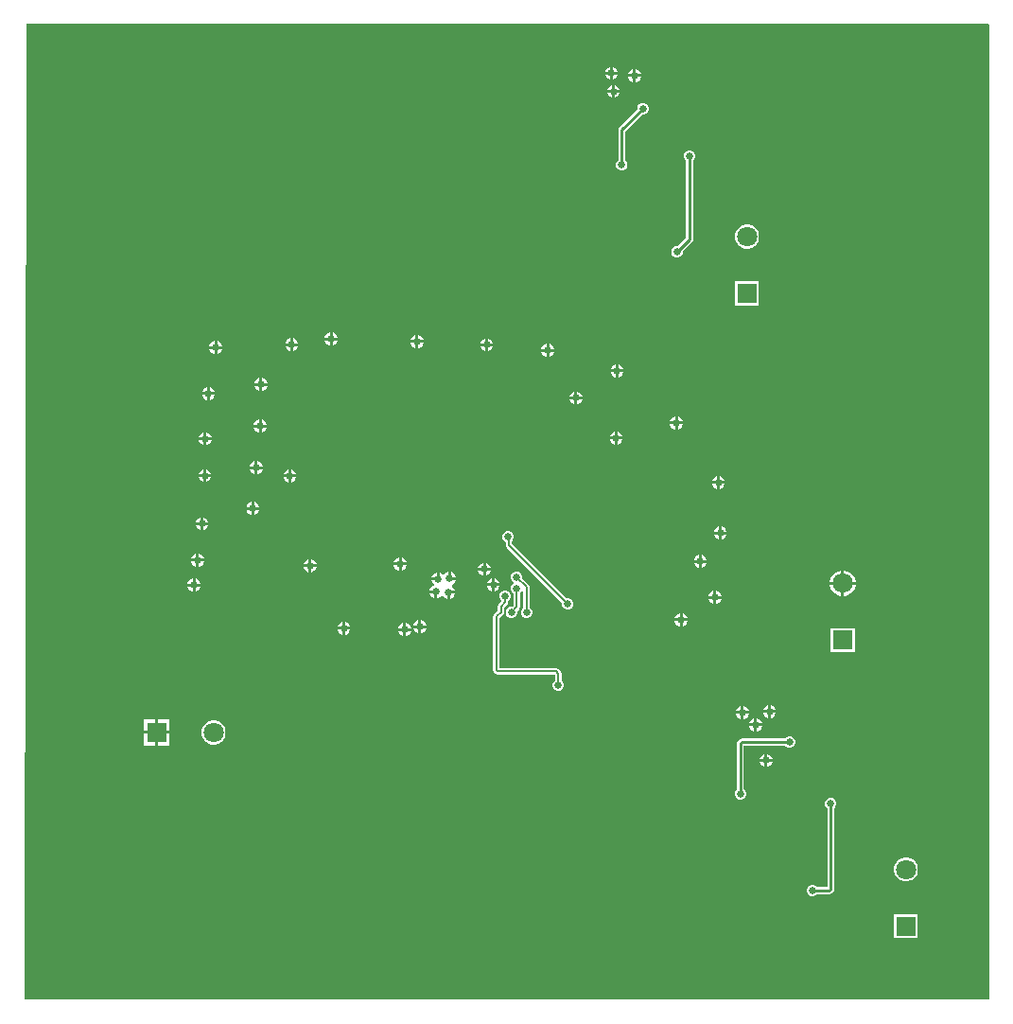
<source format=gbl>
G04*
G04 #@! TF.GenerationSoftware,Altium Limited,Altium Designer,22.10.1 (41)*
G04*
G04 Layer_Physical_Order=2*
G04 Layer_Color=16711680*
%FSLAX24Y24*%
%MOIN*%
G70*
G04*
G04 #@! TF.SameCoordinates,F22EFE63-58D3-4984-8651-CE55CF2E9756*
G04*
G04*
G04 #@! TF.FilePolarity,Positive*
G04*
G01*
G75*
%ADD12C,0.0100*%
%ADD68C,0.0080*%
%ADD72R,0.0709X0.0709*%
%ADD73C,0.0709*%
%ADD74R,0.0709X0.0709*%
%ADD75C,0.0260*%
G36*
X53140Y47490D02*
Y13179D01*
X19173D01*
X19124Y13228D01*
X19222Y47539D01*
X53091D01*
X53140Y47490D01*
D02*
G37*
%LPC*%
G36*
X39873Y46035D02*
Y45857D01*
X40051D01*
X40018Y45937D01*
X39953Y46002D01*
X39873Y46035D01*
D02*
G37*
G36*
X39773D02*
X39693Y46002D01*
X39628Y45937D01*
X39595Y45857D01*
X39773D01*
Y46035D01*
D02*
G37*
G36*
X40680Y45957D02*
Y45778D01*
X40858D01*
X40825Y45859D01*
X40760Y45923D01*
X40680Y45957D01*
D02*
G37*
G36*
X40580D02*
X40500Y45923D01*
X40435Y45859D01*
X40402Y45778D01*
X40580D01*
Y45957D01*
D02*
G37*
G36*
X40051Y45757D02*
X39873D01*
Y45579D01*
X39953Y45612D01*
X40018Y45677D01*
X40051Y45757D01*
D02*
G37*
G36*
X39773D02*
X39595D01*
X39628Y45677D01*
X39693Y45612D01*
X39773Y45579D01*
Y45757D01*
D02*
G37*
G36*
X40858Y45678D02*
X40680D01*
Y45500D01*
X40760Y45533D01*
X40825Y45598D01*
X40858Y45678D01*
D02*
G37*
G36*
X40580D02*
X40402D01*
X40435Y45598D01*
X40500Y45533D01*
X40580Y45500D01*
Y45678D01*
D02*
G37*
G36*
X39942Y45396D02*
Y45217D01*
X40120D01*
X40087Y45298D01*
X40022Y45362D01*
X39942Y45396D01*
D02*
G37*
G36*
X39842D02*
X39761Y45362D01*
X39697Y45298D01*
X39663Y45217D01*
X39842D01*
Y45396D01*
D02*
G37*
G36*
X40120Y45117D02*
X39942D01*
Y44939D01*
X40022Y44972D01*
X40087Y45037D01*
X40120Y45117D01*
D02*
G37*
G36*
X39842D02*
X39663D01*
X39697Y45037D01*
X39761Y44972D01*
X39842Y44939D01*
Y45117D01*
D02*
G37*
G36*
X40965Y44757D02*
X40885D01*
X40812Y44727D01*
X40756Y44670D01*
X40725Y44597D01*
Y44530D01*
X40100Y43905D01*
X40074Y43866D01*
X40065Y43819D01*
Y42739D01*
X40017Y42692D01*
X39987Y42619D01*
Y42539D01*
X40017Y42465D01*
X40074Y42409D01*
X40147Y42379D01*
X40227D01*
X40300Y42409D01*
X40357Y42465D01*
X40387Y42539D01*
Y42619D01*
X40357Y42692D01*
X40309Y42739D01*
Y43768D01*
X40898Y44357D01*
X40965D01*
X41038Y44388D01*
X41095Y44444D01*
X41125Y44517D01*
Y44597D01*
X41095Y44670D01*
X41038Y44727D01*
X40965Y44757D01*
D02*
G37*
G36*
X44652Y40474D02*
X44541D01*
X44433Y40445D01*
X44336Y40389D01*
X44257Y40310D01*
X44201Y40213D01*
X44172Y40105D01*
Y39993D01*
X44201Y39885D01*
X44257Y39789D01*
X44336Y39710D01*
X44433Y39654D01*
X44541Y39625D01*
X44652D01*
X44760Y39654D01*
X44857Y39710D01*
X44936Y39789D01*
X44992Y39885D01*
X45021Y39993D01*
Y40105D01*
X44992Y40213D01*
X44936Y40310D01*
X44857Y40389D01*
X44760Y40445D01*
X44652Y40474D01*
D02*
G37*
G36*
X42619Y43094D02*
X42539D01*
X42465Y43063D01*
X42409Y43007D01*
X42379Y42933D01*
Y42854D01*
X42409Y42780D01*
X42456Y42733D01*
Y40011D01*
X42153Y39708D01*
X42086D01*
X42013Y39677D01*
X41956Y39621D01*
X41926Y39548D01*
Y39468D01*
X41956Y39395D01*
X42013Y39338D01*
X42086Y39308D01*
X42166D01*
X42239Y39338D01*
X42296Y39395D01*
X42326Y39468D01*
Y39535D01*
X42665Y39874D01*
X42692Y39914D01*
X42701Y39961D01*
Y42733D01*
X42748Y42780D01*
X42779Y42854D01*
Y42933D01*
X42748Y43007D01*
X42692Y43063D01*
X42619Y43094D01*
D02*
G37*
G36*
X45021Y38474D02*
X44172D01*
Y37625D01*
X45021D01*
Y38474D01*
D02*
G37*
G36*
X30001Y36675D02*
Y36497D01*
X30179D01*
X30146Y36577D01*
X30081Y36642D01*
X30001Y36675D01*
D02*
G37*
G36*
X29901D02*
X29820Y36642D01*
X29756Y36577D01*
X29723Y36497D01*
X29901D01*
Y36675D01*
D02*
G37*
G36*
X33013Y36587D02*
Y36408D01*
X33191D01*
X33158Y36489D01*
X33093Y36553D01*
X33013Y36587D01*
D02*
G37*
G36*
X32913D02*
X32832Y36553D01*
X32768Y36489D01*
X32734Y36408D01*
X32913D01*
Y36587D01*
D02*
G37*
G36*
X28603Y36478D02*
Y36300D01*
X28781D01*
X28748Y36380D01*
X28683Y36445D01*
X28603Y36478D01*
D02*
G37*
G36*
X28503D02*
X28423Y36445D01*
X28358Y36380D01*
X28325Y36300D01*
X28503D01*
Y36478D01*
D02*
G37*
G36*
X35474Y36468D02*
Y36289D01*
X35652D01*
X35619Y36370D01*
X35554Y36434D01*
X35474Y36468D01*
D02*
G37*
G36*
X35374D02*
X35294Y36434D01*
X35229Y36370D01*
X35196Y36289D01*
X35374D01*
Y36468D01*
D02*
G37*
G36*
X30179Y36397D02*
X30001D01*
Y36219D01*
X30081Y36252D01*
X30146Y36317D01*
X30179Y36397D01*
D02*
G37*
G36*
X29901D02*
X29723D01*
X29756Y36317D01*
X29820Y36252D01*
X29901Y36219D01*
Y36397D01*
D02*
G37*
G36*
X25926Y36380D02*
Y36202D01*
X26104D01*
X26071Y36282D01*
X26006Y36347D01*
X25926Y36380D01*
D02*
G37*
G36*
X25826D02*
X25746Y36347D01*
X25681Y36282D01*
X25648Y36202D01*
X25826D01*
Y36380D01*
D02*
G37*
G36*
X33191Y36308D02*
X33013D01*
Y36130D01*
X33093Y36163D01*
X33158Y36228D01*
X33191Y36308D01*
D02*
G37*
G36*
X32913D02*
X32734D01*
X32768Y36228D01*
X32832Y36163D01*
X32913Y36130D01*
Y36308D01*
D02*
G37*
G36*
X37629Y36281D02*
Y36103D01*
X37807D01*
X37774Y36183D01*
X37709Y36248D01*
X37629Y36281D01*
D02*
G37*
G36*
X37529D02*
X37448Y36248D01*
X37384Y36183D01*
X37350Y36103D01*
X37529D01*
Y36281D01*
D02*
G37*
G36*
X28781Y36200D02*
X28603D01*
Y36022D01*
X28683Y36055D01*
X28748Y36120D01*
X28781Y36200D01*
D02*
G37*
G36*
X28503D02*
X28325D01*
X28358Y36120D01*
X28423Y36055D01*
X28503Y36022D01*
Y36200D01*
D02*
G37*
G36*
X35652Y36189D02*
X35474D01*
Y36011D01*
X35554Y36044D01*
X35619Y36109D01*
X35652Y36189D01*
D02*
G37*
G36*
X35374D02*
X35196D01*
X35229Y36109D01*
X35294Y36044D01*
X35374Y36011D01*
Y36189D01*
D02*
G37*
G36*
X26104Y36102D02*
X25926D01*
Y35923D01*
X26006Y35957D01*
X26071Y36021D01*
X26104Y36102D01*
D02*
G37*
G36*
X25826D02*
X25648D01*
X25681Y36021D01*
X25746Y35957D01*
X25826Y35923D01*
Y36102D01*
D02*
G37*
G36*
X37807Y36003D02*
X37629D01*
Y35825D01*
X37709Y35858D01*
X37774Y35923D01*
X37807Y36003D01*
D02*
G37*
G36*
X37529D02*
X37350D01*
X37384Y35923D01*
X37448Y35858D01*
X37529Y35825D01*
Y36003D01*
D02*
G37*
G36*
X40070Y35553D02*
Y35375D01*
X40248D01*
X40215Y35455D01*
X40150Y35520D01*
X40070Y35553D01*
D02*
G37*
G36*
X39970D02*
X39889Y35520D01*
X39825Y35455D01*
X39791Y35375D01*
X39970D01*
Y35553D01*
D02*
G37*
G36*
X40248Y35275D02*
X40070D01*
Y35097D01*
X40150Y35130D01*
X40215Y35195D01*
X40248Y35275D01*
D02*
G37*
G36*
X39970D02*
X39791D01*
X39825Y35195D01*
X39889Y35130D01*
X39970Y35097D01*
Y35275D01*
D02*
G37*
G36*
X27519Y35078D02*
Y34900D01*
X27697D01*
X27664Y34980D01*
X27599Y35045D01*
X27519Y35078D01*
D02*
G37*
G36*
X27419D02*
X27338Y35045D01*
X27274Y34980D01*
X27240Y34900D01*
X27419D01*
Y35078D01*
D02*
G37*
G36*
X27697Y34800D02*
X27519D01*
Y34622D01*
X27599Y34655D01*
X27664Y34720D01*
X27697Y34800D01*
D02*
G37*
G36*
X27419D02*
X27240D01*
X27274Y34720D01*
X27338Y34655D01*
X27419Y34622D01*
Y34800D01*
D02*
G37*
G36*
X25670Y34756D02*
Y34578D01*
X25848D01*
X25815Y34658D01*
X25750Y34723D01*
X25670Y34756D01*
D02*
G37*
G36*
X25570D02*
X25490Y34723D01*
X25425Y34658D01*
X25392Y34578D01*
X25570D01*
Y34756D01*
D02*
G37*
G36*
X38623Y34598D02*
Y34420D01*
X38801D01*
X38768Y34500D01*
X38703Y34565D01*
X38623Y34598D01*
D02*
G37*
G36*
X38523D02*
X38443Y34565D01*
X38378Y34500D01*
X38345Y34420D01*
X38523D01*
Y34598D01*
D02*
G37*
G36*
X25848Y34478D02*
X25670D01*
Y34299D01*
X25750Y34333D01*
X25815Y34397D01*
X25848Y34478D01*
D02*
G37*
G36*
X25570D02*
X25392D01*
X25425Y34397D01*
X25490Y34333D01*
X25570Y34299D01*
Y34478D01*
D02*
G37*
G36*
X38801Y34320D02*
X38623D01*
Y34142D01*
X38703Y34175D01*
X38768Y34240D01*
X38801Y34320D01*
D02*
G37*
G36*
X38523D02*
X38345D01*
X38378Y34240D01*
X38443Y34175D01*
X38523Y34142D01*
Y34320D01*
D02*
G37*
G36*
X42168Y33723D02*
Y33545D01*
X42346D01*
X42313Y33625D01*
X42248Y33690D01*
X42168Y33723D01*
D02*
G37*
G36*
X42068D02*
X41988Y33690D01*
X41923Y33625D01*
X41890Y33545D01*
X42068D01*
Y33723D01*
D02*
G37*
G36*
X27491Y33614D02*
Y33436D01*
X27669D01*
X27636Y33516D01*
X27571Y33581D01*
X27491Y33614D01*
D02*
G37*
G36*
X27391D02*
X27311Y33581D01*
X27246Y33516D01*
X27213Y33436D01*
X27391D01*
Y33614D01*
D02*
G37*
G36*
X42346Y33445D02*
X42168D01*
Y33267D01*
X42248Y33300D01*
X42313Y33365D01*
X42346Y33445D01*
D02*
G37*
G36*
X42068D02*
X41890D01*
X41923Y33365D01*
X41988Y33300D01*
X42068Y33267D01*
Y33445D01*
D02*
G37*
G36*
X27669Y33336D02*
X27491D01*
Y33158D01*
X27571Y33191D01*
X27636Y33256D01*
X27669Y33336D01*
D02*
G37*
G36*
X27391D02*
X27213D01*
X27246Y33256D01*
X27311Y33191D01*
X27391Y33158D01*
Y33336D01*
D02*
G37*
G36*
X40040Y33191D02*
Y33013D01*
X40218D01*
X40185Y33093D01*
X40120Y33158D01*
X40040Y33191D01*
D02*
G37*
G36*
X39940D02*
X39860Y33158D01*
X39795Y33093D01*
X39762Y33013D01*
X39940D01*
Y33191D01*
D02*
G37*
G36*
X25552Y33161D02*
Y32983D01*
X25730D01*
X25697Y33063D01*
X25632Y33128D01*
X25552Y33161D01*
D02*
G37*
G36*
X25452D02*
X25372Y33128D01*
X25307Y33063D01*
X25274Y32983D01*
X25452D01*
Y33161D01*
D02*
G37*
G36*
X40218Y32913D02*
X40040D01*
Y32734D01*
X40120Y32768D01*
X40185Y32832D01*
X40218Y32913D01*
D02*
G37*
G36*
X39940D02*
X39762D01*
X39795Y32832D01*
X39860Y32768D01*
X39940Y32734D01*
Y32913D01*
D02*
G37*
G36*
X25730Y32883D02*
X25552D01*
Y32705D01*
X25632Y32738D01*
X25697Y32803D01*
X25730Y32883D01*
D02*
G37*
G36*
X25452D02*
X25274D01*
X25307Y32803D01*
X25372Y32738D01*
X25452Y32705D01*
Y32883D01*
D02*
G37*
G36*
X27353Y32148D02*
Y31969D01*
X27531D01*
X27498Y32050D01*
X27433Y32114D01*
X27353Y32148D01*
D02*
G37*
G36*
X27253D02*
X27173Y32114D01*
X27108Y32050D01*
X27075Y31969D01*
X27253D01*
Y32148D01*
D02*
G37*
G36*
X27531Y31869D02*
X27353D01*
Y31691D01*
X27433Y31724D01*
X27498Y31789D01*
X27531Y31869D01*
D02*
G37*
G36*
X27253D02*
X27075D01*
X27108Y31789D01*
X27173Y31724D01*
X27253Y31691D01*
Y31869D01*
D02*
G37*
G36*
X25542Y31862D02*
Y31684D01*
X25720D01*
X25687Y31764D01*
X25622Y31829D01*
X25542Y31862D01*
D02*
G37*
G36*
X25442D02*
X25362Y31829D01*
X25297Y31764D01*
X25264Y31684D01*
X25442D01*
Y31862D01*
D02*
G37*
G36*
X28540Y31858D02*
Y31680D01*
X28718D01*
X28685Y31760D01*
X28620Y31825D01*
X28540Y31858D01*
D02*
G37*
G36*
X28440D02*
X28360Y31825D01*
X28295Y31760D01*
X28262Y31680D01*
X28440D01*
Y31858D01*
D02*
G37*
G36*
X43643Y31626D02*
Y31448D01*
X43821D01*
X43788Y31528D01*
X43723Y31593D01*
X43643Y31626D01*
D02*
G37*
G36*
X43543D02*
X43462Y31593D01*
X43398Y31528D01*
X43364Y31448D01*
X43543D01*
Y31626D01*
D02*
G37*
G36*
X25720Y31584D02*
X25542D01*
Y31406D01*
X25622Y31439D01*
X25687Y31504D01*
X25720Y31584D01*
D02*
G37*
G36*
X25442D02*
X25264D01*
X25297Y31504D01*
X25362Y31439D01*
X25442Y31406D01*
Y31584D01*
D02*
G37*
G36*
X28718Y31580D02*
X28540D01*
Y31402D01*
X28620Y31435D01*
X28685Y31500D01*
X28718Y31580D01*
D02*
G37*
G36*
X28440D02*
X28262D01*
X28295Y31500D01*
X28360Y31435D01*
X28440Y31402D01*
Y31580D01*
D02*
G37*
G36*
X43821Y31348D02*
X43643D01*
Y31169D01*
X43723Y31203D01*
X43788Y31267D01*
X43821Y31348D01*
D02*
G37*
G36*
X43543D02*
X43364D01*
X43398Y31267D01*
X43462Y31203D01*
X43543Y31169D01*
Y31348D01*
D02*
G37*
G36*
X27235Y30711D02*
Y30532D01*
X27413D01*
X27380Y30613D01*
X27315Y30677D01*
X27235Y30711D01*
D02*
G37*
G36*
X27135D02*
X27055Y30677D01*
X26990Y30613D01*
X26957Y30532D01*
X27135D01*
Y30711D01*
D02*
G37*
G36*
X27413Y30432D02*
X27235D01*
Y30254D01*
X27315Y30287D01*
X27380Y30352D01*
X27413Y30432D01*
D02*
G37*
G36*
X27135D02*
X26957D01*
X26990Y30352D01*
X27055Y30287D01*
X27135Y30254D01*
Y30432D01*
D02*
G37*
G36*
X25444Y30169D02*
Y29991D01*
X25622D01*
X25589Y30071D01*
X25524Y30136D01*
X25444Y30169D01*
D02*
G37*
G36*
X25344D02*
X25263Y30136D01*
X25199Y30071D01*
X25165Y29991D01*
X25344D01*
Y30169D01*
D02*
G37*
G36*
X25622Y29891D02*
X25444D01*
Y29713D01*
X25524Y29746D01*
X25589Y29811D01*
X25622Y29891D01*
D02*
G37*
G36*
X25344D02*
X25165D01*
X25199Y29811D01*
X25263Y29746D01*
X25344Y29713D01*
Y29891D01*
D02*
G37*
G36*
X43711Y29844D02*
Y29666D01*
X43890D01*
X43856Y29746D01*
X43792Y29811D01*
X43711Y29844D01*
D02*
G37*
G36*
X43611D02*
X43531Y29811D01*
X43466Y29746D01*
X43433Y29666D01*
X43611D01*
Y29844D01*
D02*
G37*
G36*
X43890Y29566D02*
X43711D01*
Y29388D01*
X43792Y29421D01*
X43856Y29486D01*
X43890Y29566D01*
D02*
G37*
G36*
X43611D02*
X43433D01*
X43466Y29486D01*
X43531Y29421D01*
X43611Y29388D01*
Y29566D01*
D02*
G37*
G36*
X25286Y28890D02*
Y28711D01*
X25464D01*
X25431Y28792D01*
X25367Y28856D01*
X25286Y28890D01*
D02*
G37*
G36*
X25186D02*
X25106Y28856D01*
X25041Y28792D01*
X25008Y28711D01*
X25186D01*
Y28890D01*
D02*
G37*
G36*
X43003Y28840D02*
Y28662D01*
X43181D01*
X43148Y28742D01*
X43083Y28807D01*
X43003Y28840D01*
D02*
G37*
G36*
X42903D02*
X42822Y28807D01*
X42758Y28742D01*
X42725Y28662D01*
X42903D01*
Y28840D01*
D02*
G37*
G36*
X32430Y28748D02*
Y28570D01*
X32608D01*
X32575Y28650D01*
X32510Y28715D01*
X32430Y28748D01*
D02*
G37*
G36*
X32330D02*
X32250Y28715D01*
X32185Y28650D01*
X32152Y28570D01*
X32330D01*
Y28748D01*
D02*
G37*
G36*
X29253Y28693D02*
Y28515D01*
X29431D01*
X29398Y28595D01*
X29333Y28660D01*
X29253Y28693D01*
D02*
G37*
G36*
X29153D02*
X29072Y28660D01*
X29008Y28595D01*
X28975Y28515D01*
X29153D01*
Y28693D01*
D02*
G37*
G36*
X25464Y28611D02*
X25286D01*
Y28433D01*
X25367Y28466D01*
X25431Y28531D01*
X25464Y28611D01*
D02*
G37*
G36*
X25186D02*
X25008D01*
X25041Y28531D01*
X25106Y28466D01*
X25186Y28433D01*
Y28611D01*
D02*
G37*
G36*
X35394Y28565D02*
Y28387D01*
X35573D01*
X35539Y28467D01*
X35475Y28532D01*
X35394Y28565D01*
D02*
G37*
G36*
X35294D02*
X35214Y28532D01*
X35150Y28467D01*
X35116Y28387D01*
X35294D01*
Y28565D01*
D02*
G37*
G36*
X43181Y28562D02*
X43003D01*
Y28384D01*
X43083Y28417D01*
X43148Y28482D01*
X43181Y28562D01*
D02*
G37*
G36*
X42903D02*
X42725D01*
X42758Y28482D01*
X42822Y28417D01*
X42903Y28384D01*
Y28562D01*
D02*
G37*
G36*
X32608Y28470D02*
X32430D01*
Y28292D01*
X32510Y28325D01*
X32575Y28390D01*
X32608Y28470D01*
D02*
G37*
G36*
X32330D02*
X32152D01*
X32185Y28390D01*
X32250Y28325D01*
X32330Y28292D01*
Y28470D01*
D02*
G37*
G36*
X29431Y28415D02*
X29253D01*
Y28236D01*
X29333Y28270D01*
X29398Y28334D01*
X29431Y28415D01*
D02*
G37*
G36*
X29153D02*
X28975D01*
X29008Y28334D01*
X29072Y28270D01*
X29153Y28236D01*
Y28415D01*
D02*
G37*
G36*
X34070Y28238D02*
X33990Y28205D01*
X33943Y28158D01*
X33921Y28142D01*
X33878Y28157D01*
X33840Y28195D01*
X33760Y28228D01*
Y28000D01*
X33710D01*
Y27950D01*
X33482D01*
X33515Y27870D01*
X33563Y27821D01*
X33557Y27767D01*
X33555Y27764D01*
X33510Y27745D01*
X33445Y27680D01*
X33412Y27600D01*
X33640D01*
Y27550D01*
X33690D01*
Y27322D01*
X33770Y27355D01*
X33835Y27420D01*
X33836Y27422D01*
X33886D01*
X33895Y27400D01*
X33960Y27335D01*
X34040Y27302D01*
Y27530D01*
X34090D01*
Y27580D01*
X34318D01*
X34285Y27660D01*
X34220Y27725D01*
X34192Y27737D01*
Y27791D01*
X34250Y27815D01*
X34315Y27880D01*
X34348Y27960D01*
X34120D01*
Y28010D01*
X34070D01*
Y28238D01*
D02*
G37*
G36*
X35573Y28287D02*
X35394D01*
Y28108D01*
X35475Y28142D01*
X35539Y28206D01*
X35573Y28287D01*
D02*
G37*
G36*
X35294D02*
X35116D01*
X35150Y28206D01*
X35214Y28142D01*
X35294Y28108D01*
Y28287D01*
D02*
G37*
G36*
X34170Y28238D02*
Y28060D01*
X34348D01*
X34315Y28140D01*
X34250Y28205D01*
X34170Y28238D01*
D02*
G37*
G36*
X33660Y28228D02*
X33580Y28195D01*
X33515Y28130D01*
X33482Y28050D01*
X33660D01*
Y28228D01*
D02*
G37*
G36*
X48032Y28295D02*
X48022D01*
Y27891D01*
X48427D01*
Y27900D01*
X48396Y28016D01*
X48336Y28120D01*
X48251Y28204D01*
X48148Y28264D01*
X48032Y28295D01*
D02*
G37*
G36*
X47922D02*
X47913D01*
X47797Y28264D01*
X47693Y28204D01*
X47609Y28120D01*
X47549Y28016D01*
X47518Y27900D01*
Y27891D01*
X47922D01*
Y28295D01*
D02*
G37*
G36*
X35709Y28024D02*
Y27845D01*
X35888D01*
X35854Y27926D01*
X35790Y27990D01*
X35709Y28024D01*
D02*
G37*
G36*
X35609D02*
X35529Y27990D01*
X35464Y27926D01*
X35431Y27845D01*
X35609D01*
Y28024D01*
D02*
G37*
G36*
X25168Y28004D02*
Y27826D01*
X25346D01*
X25313Y27906D01*
X25248Y27971D01*
X25168Y28004D01*
D02*
G37*
G36*
X25068D02*
X24988Y27971D01*
X24923Y27906D01*
X24890Y27826D01*
X25068D01*
Y28004D01*
D02*
G37*
G36*
X35888Y27745D02*
X35709D01*
Y27567D01*
X35790Y27600D01*
X35854Y27665D01*
X35888Y27745D01*
D02*
G37*
G36*
X35609D02*
X35431D01*
X35464Y27665D01*
X35529Y27600D01*
X35609Y27567D01*
Y27745D01*
D02*
G37*
G36*
X25346Y27726D02*
X25168D01*
Y27547D01*
X25248Y27581D01*
X25313Y27645D01*
X25346Y27726D01*
D02*
G37*
G36*
X25068D02*
X24890D01*
X24923Y27645D01*
X24988Y27581D01*
X25068Y27547D01*
Y27726D01*
D02*
G37*
G36*
X43515Y27581D02*
Y27402D01*
X43693D01*
X43660Y27483D01*
X43595Y27547D01*
X43515Y27581D01*
D02*
G37*
G36*
X43415D02*
X43334Y27547D01*
X43270Y27483D01*
X43236Y27402D01*
X43415D01*
Y27581D01*
D02*
G37*
G36*
X48427Y27791D02*
X48022D01*
Y27386D01*
X48032D01*
X48148Y27417D01*
X48251Y27477D01*
X48336Y27562D01*
X48396Y27665D01*
X48427Y27781D01*
Y27791D01*
D02*
G37*
G36*
X47922D02*
X47518D01*
Y27781D01*
X47549Y27665D01*
X47609Y27562D01*
X47693Y27477D01*
X47797Y27417D01*
X47913Y27386D01*
X47922D01*
Y27791D01*
D02*
G37*
G36*
X33590Y27500D02*
X33412D01*
X33445Y27420D01*
X33510Y27355D01*
X33590Y27322D01*
Y27500D01*
D02*
G37*
G36*
X34318Y27480D02*
X34140D01*
Y27302D01*
X34220Y27335D01*
X34285Y27400D01*
X34318Y27480D01*
D02*
G37*
G36*
X43693Y27302D02*
X43515D01*
Y27124D01*
X43595Y27157D01*
X43660Y27222D01*
X43693Y27302D01*
D02*
G37*
G36*
X43415D02*
X43236D01*
X43270Y27222D01*
X43334Y27157D01*
X43415Y27124D01*
Y27302D01*
D02*
G37*
G36*
X36221Y29678D02*
X36141D01*
X36068Y29648D01*
X36012Y29592D01*
X35981Y29518D01*
Y29439D01*
X36012Y29365D01*
X36068Y29309D01*
X36092Y29299D01*
Y29180D01*
X36092Y29180D01*
X36101Y29137D01*
X36125Y29100D01*
X38078Y27147D01*
X38078Y27146D01*
Y27067D01*
X38108Y26993D01*
X38164Y26937D01*
X38238Y26906D01*
X38317D01*
X38391Y26937D01*
X38447Y26993D01*
X38478Y27067D01*
Y27146D01*
X38447Y27220D01*
X38391Y27276D01*
X38317Y27306D01*
X38238D01*
X38237Y27306D01*
X36316Y29226D01*
Y29331D01*
X36351Y29365D01*
X36381Y29439D01*
Y29518D01*
X36351Y29592D01*
X36294Y29648D01*
X36221Y29678D01*
D02*
G37*
G36*
X36526Y28261D02*
X36446D01*
X36373Y28231D01*
X36317Y28174D01*
X36286Y28101D01*
Y28021D01*
X36317Y27948D01*
X36373Y27891D01*
X36385Y27886D01*
Y27832D01*
X36373Y27827D01*
X36317Y27771D01*
X36286Y27697D01*
Y27618D01*
X36317Y27544D01*
X36373Y27488D01*
X36374Y27487D01*
Y27055D01*
X36334Y27014D01*
X36332Y27015D01*
X36253D01*
X36179Y26984D01*
X36123Y26928D01*
X36093Y26855D01*
Y26775D01*
X36123Y26702D01*
X36179Y26645D01*
X36253Y26615D01*
X36332D01*
X36406Y26645D01*
X36462Y26702D01*
X36493Y26775D01*
Y26855D01*
X36492Y26856D01*
X36566Y26929D01*
X36566Y26929D01*
X36590Y26966D01*
X36598Y27008D01*
X36598Y27008D01*
Y27487D01*
X36600Y27488D01*
X36656Y27544D01*
X36672Y27583D01*
X36722Y27573D01*
Y26985D01*
X36721Y26984D01*
X36665Y26928D01*
X36634Y26855D01*
Y26775D01*
X36665Y26702D01*
X36721Y26645D01*
X36794Y26615D01*
X36874D01*
X36947Y26645D01*
X37004Y26702D01*
X37034Y26775D01*
Y26855D01*
X37004Y26928D01*
X36947Y26984D01*
X36946Y26985D01*
Y27713D01*
X36946Y27713D01*
X36938Y27756D01*
X36913Y27792D01*
X36686Y28020D01*
X36686Y28021D01*
Y28101D01*
X36656Y28174D01*
X36600Y28231D01*
X36526Y28261D01*
D02*
G37*
G36*
X42324Y26783D02*
Y26605D01*
X42502D01*
X42469Y26685D01*
X42404Y26750D01*
X42324Y26783D01*
D02*
G37*
G36*
X42224D02*
X42143Y26750D01*
X42079Y26685D01*
X42045Y26605D01*
X42224D01*
Y26783D01*
D02*
G37*
G36*
X33121Y26537D02*
Y26359D01*
X33299D01*
X33266Y26439D01*
X33201Y26504D01*
X33121Y26537D01*
D02*
G37*
G36*
X33021D02*
X32941Y26504D01*
X32876Y26439D01*
X32843Y26359D01*
X33021D01*
Y26537D01*
D02*
G37*
G36*
X42502Y26505D02*
X42324D01*
Y26327D01*
X42404Y26360D01*
X42469Y26425D01*
X42502Y26505D01*
D02*
G37*
G36*
X42224D02*
X42045D01*
X42079Y26425D01*
X42143Y26360D01*
X42224Y26327D01*
Y26505D01*
D02*
G37*
G36*
X30444Y26488D02*
Y26310D01*
X30622D01*
X30589Y26390D01*
X30524Y26455D01*
X30444Y26488D01*
D02*
G37*
G36*
X30344D02*
X30263Y26455D01*
X30199Y26390D01*
X30165Y26310D01*
X30344D01*
Y26488D01*
D02*
G37*
G36*
X32589Y26439D02*
Y26261D01*
X32768D01*
X32734Y26341D01*
X32670Y26406D01*
X32589Y26439D01*
D02*
G37*
G36*
X32489D02*
X32409Y26406D01*
X32344Y26341D01*
X32311Y26261D01*
X32489D01*
Y26439D01*
D02*
G37*
G36*
X33299Y26259D02*
X33121D01*
Y26081D01*
X33201Y26114D01*
X33266Y26179D01*
X33299Y26259D01*
D02*
G37*
G36*
X33021D02*
X32843D01*
X32876Y26179D01*
X32941Y26114D01*
X33021Y26081D01*
Y26259D01*
D02*
G37*
G36*
X30622Y26210D02*
X30444D01*
Y26032D01*
X30524Y26065D01*
X30589Y26130D01*
X30622Y26210D01*
D02*
G37*
G36*
X30344D02*
X30165D01*
X30199Y26130D01*
X30263Y26065D01*
X30344Y26032D01*
Y26210D01*
D02*
G37*
G36*
X32768Y26161D02*
X32589D01*
Y25982D01*
X32670Y26016D01*
X32734Y26080D01*
X32768Y26161D01*
D02*
G37*
G36*
X32489D02*
X32311D01*
X32344Y26080D01*
X32409Y26016D01*
X32489Y25982D01*
Y26161D01*
D02*
G37*
G36*
X48397Y26265D02*
X47548D01*
Y25416D01*
X48397D01*
Y26265D01*
D02*
G37*
G36*
X36113Y27592D02*
X36033D01*
X35960Y27561D01*
X35903Y27505D01*
X35873Y27432D01*
Y27352D01*
X35903Y27278D01*
X35959Y27223D01*
X35851Y27115D01*
X35826Y27079D01*
X35818Y27036D01*
X35818Y27036D01*
Y26881D01*
X35688Y26751D01*
X35664Y26715D01*
X35656Y26672D01*
X35656Y26672D01*
Y24791D01*
X35656Y24791D01*
X35664Y24748D01*
X35688Y24712D01*
X35735Y24665D01*
X35735Y24665D01*
X35772Y24640D01*
X35815Y24632D01*
X37828D01*
X37841Y24619D01*
Y24422D01*
X37839Y24422D01*
X37783Y24365D01*
X37753Y24292D01*
Y24212D01*
X37783Y24139D01*
X37839Y24082D01*
X37913Y24052D01*
X37993D01*
X38066Y24082D01*
X38122Y24139D01*
X38153Y24212D01*
Y24292D01*
X38122Y24365D01*
X38066Y24422D01*
X38065Y24422D01*
Y24665D01*
X38056Y24708D01*
X38032Y24745D01*
X38032Y24745D01*
X37953Y24823D01*
X37917Y24848D01*
X37874Y24856D01*
X37874Y24856D01*
X35880D01*
Y26625D01*
X36009Y26755D01*
X36034Y26791D01*
X36042Y26834D01*
X36042Y26834D01*
Y26990D01*
X36152Y27099D01*
X36152Y27099D01*
X36176Y27136D01*
X36185Y27179D01*
X36185Y27179D01*
Y27222D01*
X36186Y27222D01*
X36242Y27278D01*
X36273Y27352D01*
Y27432D01*
X36242Y27505D01*
X36186Y27561D01*
X36113Y27592D01*
D02*
G37*
G36*
X45444Y23555D02*
Y23377D01*
X45622D01*
X45589Y23457D01*
X45524Y23522D01*
X45444Y23555D01*
D02*
G37*
G36*
X45344D02*
X45263Y23522D01*
X45199Y23457D01*
X45165Y23377D01*
X45344D01*
Y23555D01*
D02*
G37*
G36*
X44479Y23525D02*
Y23347D01*
X44657D01*
X44624Y23428D01*
X44559Y23492D01*
X44479Y23525D01*
D02*
G37*
G36*
X44379D02*
X44299Y23492D01*
X44234Y23428D01*
X44201Y23347D01*
X44379D01*
Y23525D01*
D02*
G37*
G36*
X45622Y23277D02*
X45444D01*
Y23099D01*
X45524Y23132D01*
X45589Y23196D01*
X45622Y23277D01*
D02*
G37*
G36*
X45344D02*
X45165D01*
X45199Y23196D01*
X45263Y23132D01*
X45344Y23099D01*
Y23277D01*
D02*
G37*
G36*
X44657Y23247D02*
X44479D01*
Y23069D01*
X44559Y23102D01*
X44624Y23167D01*
X44657Y23247D01*
D02*
G37*
G36*
X44379D02*
X44201D01*
X44234Y23167D01*
X44299Y23102D01*
X44379Y23069D01*
Y23247D01*
D02*
G37*
G36*
X44952Y23083D02*
Y22904D01*
X45130D01*
X45097Y22985D01*
X45032Y23049D01*
X44952Y23083D01*
D02*
G37*
G36*
X44852D02*
X44771Y23049D01*
X44707Y22985D01*
X44673Y22904D01*
X44852D01*
Y23083D01*
D02*
G37*
G36*
X24252Y23043D02*
X23847D01*
Y22639D01*
X24252D01*
Y23043D01*
D02*
G37*
G36*
X23747D02*
X23343D01*
Y22639D01*
X23747D01*
Y23043D01*
D02*
G37*
G36*
X45130Y22804D02*
X44952D01*
Y22626D01*
X45032Y22659D01*
X45097Y22724D01*
X45130Y22804D01*
D02*
G37*
G36*
X44852D02*
X44673D01*
X44707Y22724D01*
X44771Y22659D01*
X44852Y22626D01*
Y22804D01*
D02*
G37*
G36*
X25853Y23013D02*
X25741D01*
X25633Y22984D01*
X25537Y22928D01*
X25458Y22849D01*
X25402Y22752D01*
X25373Y22644D01*
Y22533D01*
X25402Y22425D01*
X25458Y22328D01*
X25537Y22249D01*
X25633Y22193D01*
X25741Y22164D01*
X25853D01*
X25961Y22193D01*
X26058Y22249D01*
X26137Y22328D01*
X26193Y22425D01*
X26222Y22533D01*
Y22644D01*
X26193Y22752D01*
X26137Y22849D01*
X26058Y22928D01*
X25961Y22984D01*
X25853Y23013D01*
D02*
G37*
G36*
X24252Y22539D02*
X23847D01*
Y22134D01*
X24252D01*
Y22539D01*
D02*
G37*
G36*
X23747D02*
X23343D01*
Y22134D01*
X23747D01*
Y22539D01*
D02*
G37*
G36*
X46142Y22454D02*
X46063D01*
X45989Y22423D01*
X45942Y22376D01*
X44419D01*
X44372Y22367D01*
X44332Y22340D01*
X44274Y22282D01*
X44247Y22242D01*
X44238Y22195D01*
Y20584D01*
X44191Y20537D01*
X44160Y20463D01*
Y20383D01*
X44191Y20310D01*
X44247Y20254D01*
X44320Y20223D01*
X44400D01*
X44474Y20254D01*
X44530Y20310D01*
X44560Y20383D01*
Y20463D01*
X44530Y20537D01*
X44483Y20584D01*
Y22132D01*
X45942D01*
X45989Y22084D01*
X46063Y22054D01*
X46142D01*
X46216Y22084D01*
X46272Y22141D01*
X46302Y22214D01*
Y22294D01*
X46272Y22367D01*
X46216Y22423D01*
X46142Y22454D01*
D02*
G37*
G36*
X45316Y21833D02*
Y21654D01*
X45494D01*
X45461Y21735D01*
X45396Y21799D01*
X45316Y21833D01*
D02*
G37*
G36*
X45216D02*
X45135Y21799D01*
X45071Y21735D01*
X45038Y21654D01*
X45216D01*
Y21833D01*
D02*
G37*
G36*
X45494Y21554D02*
X45316D01*
Y21376D01*
X45396Y21409D01*
X45461Y21474D01*
X45494Y21554D01*
D02*
G37*
G36*
X45216D02*
X45038D01*
X45071Y21474D01*
X45135Y21409D01*
X45216Y21376D01*
Y21554D01*
D02*
G37*
G36*
X50253Y18190D02*
X50141D01*
X50033Y18161D01*
X49936Y18105D01*
X49857Y18026D01*
X49801Y17930D01*
X49773Y17822D01*
Y17710D01*
X49801Y17602D01*
X49857Y17505D01*
X49936Y17426D01*
X50033Y17370D01*
X50141Y17341D01*
X50253D01*
X50361Y17370D01*
X50457Y17426D01*
X50536Y17505D01*
X50592Y17602D01*
X50621Y17710D01*
Y17822D01*
X50592Y17930D01*
X50536Y18026D01*
X50457Y18105D01*
X50361Y18161D01*
X50253Y18190D01*
D02*
G37*
G36*
X47591Y20278D02*
X47512D01*
X47438Y20247D01*
X47382Y20191D01*
X47352Y20118D01*
Y20038D01*
X47382Y19965D01*
X47429Y19917D01*
Y17139D01*
X47063D01*
X47015Y17186D01*
X46942Y17217D01*
X46862D01*
X46789Y17186D01*
X46732Y17130D01*
X46702Y17057D01*
Y16977D01*
X46732Y16904D01*
X46789Y16847D01*
X46862Y16817D01*
X46942D01*
X47015Y16847D01*
X47063Y16895D01*
X47493D01*
X47540Y16904D01*
X47580Y16930D01*
X47638Y16989D01*
X47665Y17029D01*
X47674Y17075D01*
Y19917D01*
X47721Y19965D01*
X47752Y20038D01*
Y20118D01*
X47721Y20191D01*
X47665Y20247D01*
X47591Y20278D01*
D02*
G37*
G36*
X50621Y16190D02*
X49773D01*
Y15341D01*
X50621D01*
Y16190D01*
D02*
G37*
%LPD*%
D12*
X40187Y43819D02*
X40925Y44557D01*
X40187Y42579D02*
Y43819D01*
X42126Y39508D02*
X42579Y39961D01*
Y42894D01*
X47493Y17017D02*
X47552Y17075D01*
Y20078D01*
X46902Y17017D02*
X47493D01*
X44360Y20423D02*
Y22195D01*
X44419Y22254D02*
X46102D01*
X44360Y22195D02*
X44419Y22254D01*
D68*
X36073Y27179D02*
Y27392D01*
X35930Y26834D02*
Y27036D01*
X36073Y27179D01*
X35768Y26672D02*
X35930Y26834D01*
X37874Y24744D02*
X37953Y24665D01*
Y24252D02*
Y24665D01*
X35768Y24791D02*
X35815Y24744D01*
X37874D01*
X35768Y24791D02*
Y26672D01*
X36204Y29180D02*
Y29455D01*
X36181Y29478D02*
X36204Y29455D01*
Y29180D02*
X38278Y27106D01*
X36486Y27008D02*
Y27657D01*
X36293Y26815D02*
X36486Y27008D01*
X36834Y26815D02*
Y27713D01*
X36486Y28061D02*
X36834Y27713D01*
D72*
X47972Y25841D02*
D03*
X50197Y15766D02*
D03*
X44596Y38049D02*
D03*
D73*
X47972Y27841D02*
D03*
X44596Y40049D02*
D03*
X25797Y22589D02*
D03*
X50197Y17766D02*
D03*
D74*
X23797Y22589D02*
D03*
D75*
X28490Y31630D02*
D03*
X33710Y28000D02*
D03*
X34120Y28010D02*
D03*
X34090Y27530D02*
D03*
X33640Y27550D02*
D03*
X32380Y28520D02*
D03*
X27185Y30482D02*
D03*
X29203Y28465D02*
D03*
X44902Y22854D02*
D03*
X45266Y21604D02*
D03*
X45394Y23327D02*
D03*
X44429Y23297D02*
D03*
X25118Y27776D02*
D03*
X25236Y28661D02*
D03*
X25394Y29941D02*
D03*
X27303Y31919D02*
D03*
X25492Y31634D02*
D03*
X27441Y33386D02*
D03*
X25502Y32933D02*
D03*
X27469Y34850D02*
D03*
X25620Y34528D02*
D03*
X25876Y36152D02*
D03*
X28553Y36250D02*
D03*
X29951Y36447D02*
D03*
X32963Y36358D02*
D03*
X35424Y36239D02*
D03*
X37579Y36053D02*
D03*
X40020Y35325D02*
D03*
X38573Y34370D02*
D03*
X42118Y33495D02*
D03*
X42274Y26555D02*
D03*
X42953Y28612D02*
D03*
X43465Y27352D02*
D03*
X39892Y45167D02*
D03*
X40630Y45728D02*
D03*
X39823Y45807D02*
D03*
X40187Y42579D02*
D03*
X37953Y24252D02*
D03*
X36073Y27392D02*
D03*
X43593Y31398D02*
D03*
X39990Y32963D02*
D03*
X43661Y29616D02*
D03*
X38278Y27106D02*
D03*
X36181Y29478D02*
D03*
X36293Y26815D02*
D03*
X36834D02*
D03*
X36486Y27657D02*
D03*
Y28061D02*
D03*
X35659Y27795D02*
D03*
X35344Y28337D02*
D03*
X30394Y26260D02*
D03*
X33071Y26309D02*
D03*
X32539Y26211D02*
D03*
X40925Y44557D02*
D03*
X42126Y39508D02*
D03*
X42579Y42894D02*
D03*
X44360Y20423D02*
D03*
X46102Y22254D02*
D03*
X47552Y20078D02*
D03*
X46902Y17017D02*
D03*
M02*

</source>
